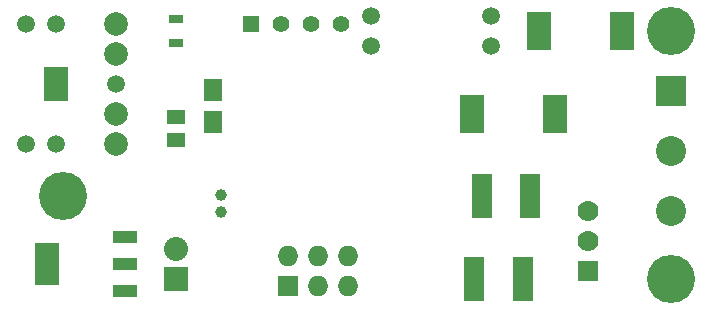
<source format=gbs>
%FSLAX34Y34*%
G04 Gerber Fmt 3.4, Leading zero omitted, Abs format*
G04 (created by PCBNEW (2014-jan-25)-product) date Thu 28 May 2015 05:52:09 PM EDT*
%MOIN*%
G01*
G70*
G90*
G04 APERTURE LIST*
%ADD10C,0.005906*%
%ADD11R,0.059000X0.051200*%
%ADD12R,0.059100X0.076800*%
%ADD13R,0.070900X0.145700*%
%ADD14R,0.100000X0.100000*%
%ADD15C,0.100000*%
%ADD16R,0.078740X0.118110*%
%ADD17C,0.078740*%
%ADD18C,0.059055*%
%ADD19R,0.055000X0.055000*%
%ADD20C,0.055000*%
%ADD21R,0.068000X0.068000*%
%ADD22O,0.068000X0.068000*%
%ADD23R,0.047200X0.031500*%
%ADD24R,0.078700X0.126000*%
%ADD25R,0.080000X0.144000*%
%ADD26R,0.080000X0.040000*%
%ADD27C,0.070000*%
%ADD28R,0.070000X0.070000*%
%ADD29C,0.039400*%
%ADD30R,0.080000X0.080000*%
%ADD31O,0.080000X0.080000*%
%ADD32C,0.160000*%
G04 APERTURE END LIST*
G54D10*
G54D11*
X38250Y-57875D03*
X38250Y-57125D03*
G54D12*
X39500Y-57285D03*
X39500Y-56215D03*
G54D13*
X49807Y-62500D03*
X48193Y-62500D03*
X50057Y-59750D03*
X48443Y-59750D03*
G54D14*
X54750Y-56250D03*
G54D15*
X54750Y-58250D03*
X54750Y-60250D03*
G54D16*
X34250Y-56000D03*
G54D17*
X36250Y-55000D03*
X36250Y-54000D03*
X36250Y-57000D03*
X36250Y-58000D03*
G54D18*
X33250Y-54000D03*
X33250Y-58000D03*
X34250Y-58000D03*
X34250Y-54000D03*
X36250Y-56000D03*
G54D19*
X40750Y-54000D03*
G54D20*
X41750Y-54000D03*
X42750Y-54000D03*
X43750Y-54000D03*
G54D21*
X42000Y-62750D03*
G54D22*
X43000Y-62750D03*
X44000Y-62750D03*
X44000Y-61750D03*
X43000Y-61750D03*
X42000Y-61750D03*
G54D23*
X38250Y-54644D03*
X38250Y-53856D03*
G54D24*
X53128Y-54250D03*
X50372Y-54250D03*
X50878Y-57000D03*
X48122Y-57000D03*
G54D25*
X33950Y-62000D03*
G54D26*
X36550Y-62000D03*
X36550Y-62900D03*
X36550Y-61100D03*
G54D27*
X52000Y-60250D03*
X52000Y-61250D03*
G54D28*
X52000Y-62250D03*
G54D18*
X48750Y-53750D03*
X48750Y-54750D03*
X44750Y-54750D03*
X44750Y-53750D03*
G54D29*
X39750Y-59705D03*
X39750Y-60295D03*
G54D30*
X38250Y-62500D03*
G54D31*
X38250Y-61500D03*
G54D32*
X34500Y-59750D03*
X54750Y-62500D03*
X54750Y-54250D03*
M02*

</source>
